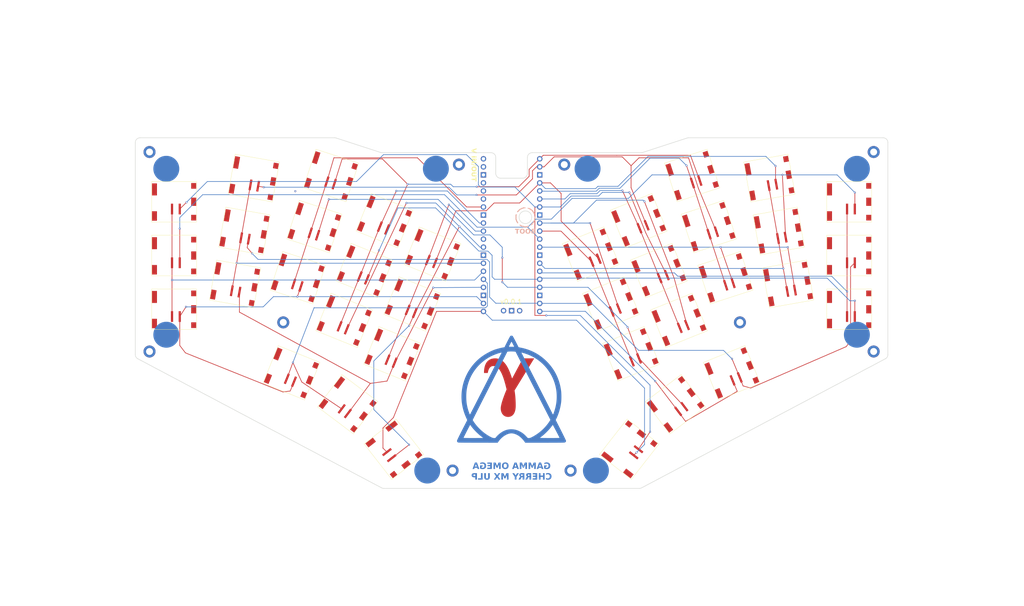
<source format=kicad_pcb>
(kicad_pcb (version 20241229) (generator "pcbnew") (generator_version "9.0")
  (title_block (title "gamma-omega-ulp") (date "2025-07-05") (rev "v1.0.0") (company "Unknown"))
  (layers (0 "F.Cu" signal) (2 "B.Cu" signal) (13 "F.Paste" user) (15 "B.Paste" user) (5 "F.SilkS" user "F.Silkscreen") (7 "B.SilkS" user "B.Silkscreen") (1 "F.Mask" user) (3 "B.Mask" user) (25 "Edge.Cuts" user))
  (net 0 "")
  (net 1 "C12")
  (net 2 "R12")
  (net 3 "R2")
  (net 4 "R13")
  (net 5 "C10")
  (net 6 "R11")
  (net 7 "R10")
  (net 8 "R4")
  (net 9 "C8")
  (net 10 "R9")
  (net 11 "R8")
  (net 12 "C7")
  (net 13 "R7")
  (net 14 "R1")
  (net 15 "C6")
  (net 16 "R6")
  (net 17 "C11")
  (net 18 "C13")
  (net 19 "C1")
  (net 20 "C2")
  (net 21 "R3")
  (net 22 "C3")
  (net 23 "C4")
  (net 24 "R5")
  (net 25 "C5")
  (net 26 "C9")
  (net 27 "RUN")
  (net 28 "ADC_VREF")
  (net 29 "3V3")
  (net 30 "3V3_EN")
  (net 31 "VSYS")
  (net 32 "VBUS")
  (net 33 "GND")
  (net 34 "AGND")
  (footprint "Cherry_ULP_SMD" (layer "F.Cu") (at 131.643962 82.550167 -22)
    (property "Reference" "SW15" (hide yes))
    (property "Value" "Cherry_ULP_SMD")
  )
  (footprint "Cherry_ULP_SMD" (layer "F.Cu") (at 103.76328 103.506866 -22)
    (property "Reference" "SW10" (hide yes))
    (property "Value" "Cherry_ULP_SMD")
  )
  (footprint "Cherry_ULP_SMD" (layer "F.Cu") (at 238.105514 58.509612 10)
    (property "Reference" "SW24" (hide yes))
    (property "Value" "Cherry_ULP_SMD")
  )
  (footprint "Cherry_ULP_SMD" (layer "F.Cu") (at 209.524643 103.506866 22)
    (property "Reference" "SW28" (hide yes))
    (property "Value" "Cherry_ULP_SMD")
  )
  (footprint "ceoloide:mounting_hole_plated" (layer "F.Cu") (at 228.787923 104.15)
    (property "Reference" "H10" (hide yes))
    (property "Value" "")
  )
  (footprint "Cherry_ULP_SMD" (layer "F.Cu") (at 226.201961 120.092106 22)
    (property "Reference" "SW34" (hide yes))
    (property "Value" "Cherry_ULP_SMD")
  )
  (footprint "Cherry_ULP_SMD" (layer "F.Cu") (at 181.643962 82.550167 22)
    (property "Reference" "SW33" (hide yes))
    (property "Value" "Cherry_ULP_SMD")
  )
  (footprint "Cherry_ULP_SMD" (layer "F.Cu") (at 50 83)
    (property "Reference" "SW2" (hide yes))
    (property "Value" "Cherry_ULP_SMD")
  )
  (footprint "Cherry_ULP_SMD" (layer "F.Cu") (at 224.195926 90.020491 18)
    (property "Reference" "SW25" (hide yes))
    (property "Value" "Cherry_ULP_SMD")
  )
  (footprint "ceoloide:mounting_hole_plated" (layer "F.Cu") (at 140 54.25)
    (property "Reference" "H5" (hide yes))
    (property "Value" "")
  )
  (footprint "Cherry_ULP_SMD" (layer "F.Cu") (at 104.870343 130.041548 -37)
    (property "Reference" "SW17" (hide yes))
    (property "Value" "Cherry_ULP_SMD")
  )
  (footprint "Cherry_ULP_SMD" (layer "F.Cu") (at 110.131592 87.744741 -22)
    (property "Reference" "SW11" (hide yes))
    (property "Value" "Cherry_ULP_SMD")
  )
  (footprint "ceoloide:mounting_hole_plated" (layer "F.Cu") (at 138 151)
    (property "Reference" "H7" (hide yes))
    (property "Value" "")
  )
  (footprint "Cherry_ULP_SMD" (layer "F.Cu") (at 218.942637 73.85253 18)
    (property "Reference" "SW26" (hide yes))
    (property "Value" "Cherry_ULP_SMD")
  )
  (footprint "Cherry_ULP_SMD" (layer "F.Cu") (at 50 100)
    (property "Reference" "SW1" (hide yes))
    (property "Value" "Cherry_ULP_SMD")
  )
  (footprint "Cherry_ULP_SMD" (layer "F.Cu") (at 87.085962 120.092106 -22)
    (property "Reference" "SW16" (hide yes))
    (property "Value" "Cherry_ULP_SMD")
  )
  (footprint "Cherry_ULP_SMD" (layer "F.Cu") (at 89.091997 90.020491 -18)
    (property "Reference" "SW7" (hide yes))
    (property "Value" "Cherry_ULP_SMD")
  )
  (footprint "Cherry_ULP_SMD" (layer "F.Cu") (at 196.788019 71.982615 22)
    (property "Reference" "SW30" (hide yes))
    (property "Value" "Cherry_ULP_SMD")
  )
  (footprint "ceoloide:mounting_hole_plated" (layer "F.Cu") (at 42.243 113.35)
    (property "Reference" "H3" (hide yes))
    (property "Value" "")
  )
  (footprint "Cherry_ULP_SMD" (layer "F.Cu") (at 244.009552 91.993076 10)
    (property "Reference" "SW22" (hide yes))
    (property "Value" "Cherry_ULP_SMD")
  )
  (footprint "Cherry_ULP_SMD" (layer "F.Cu") (at 241.057533 75.251344 10)
    (property "Reference" "SW23" (hide yes))
    (property "Value" "Cherry_ULP_SMD")
  )
  (footprint "ceoloide:mounting_hole_plated" (layer "F.Cu") (at 175.287923 151)
    (property "Reference" "H8" (hide yes))
    (property "Value" "")
  )
  (footprint "Cherry_ULP_SMD" (layer "F.Cu") (at 119.473631 144.254908 -52)
    (property "Reference" "SW18" (hide yes))
    (property "Value" "Cherry_ULP_SMD")
  )
  (footprint "Cherry_ULP_SMD" (layer "F.Cu") (at 194.380586 114.074418 22)
    (property "Reference" "SW31" (hide yes))
    (property "Value" "Cherry_ULP_SMD")
  )
  (footprint "Cherry_ULP_SMD" (layer "F.Cu") (at 213.689348 57.68457 18)
    (property "Reference" "SW27" (hide yes))
    (property "Value" "Cherry_ULP_SMD")
  )
  (footprint "ceoloide:mounting_hole_plated" (layer "F.Cu") (at 84.5 104.15)
    (property "Reference" "H9" (hide yes))
    (property "Value" "")
  )
  (footprint "Cherry_ULP_SMD" (layer "F.Cu") (at 263.287923 66)
    (property "Reference" "SW21" (hide yes))
    (property "Value" "Cherry_ULP_SMD")
  )
  (footprint "Cherry_ULP_SMD" (layer "F.Cu") (at 72.23039 75.251344 -10)
    (property "Reference" "SW5" (hide yes))
    (property "Value" "Cherry_ULP_SMD")
  )
  (footprint "Cherry_ULP_SMD" (layer "F.Cu") (at 116.499905 71.982615 -22)
    (property "Reference" "SW12" (hide yes))
    (property "Value" "Cherry_ULP_SMD")
  )
  (footprint "Cherry_ULP_SMD" (layer "F.Cu") (at 94.345286 73.85253 -18)
    (property "Reference" "SW8" (hide yes))
    (property "Value" "Cherry_ULP_SMD")
  )
  (footprint "Cherry_ULP_SMD" (layer "F.Cu") (at 208.41758 130.041548 37)
    (property "Reference" "SW35" (hide yes))
    (property "Value" "Cherry_ULP_SMD")
  )
  (footprint "ceoloide:mounting_hole_plated" (layer "F.Cu") (at 271.044923 113.35)
    (property "Reference" "H4" (hide yes))
    (property "Value" "")
  )
  (footprint "Cherry_ULP_SMD" (layer "F.Cu") (at 125.27565 98.312293 -22)
    (property "Reference" "SW14" (hide yes))
    (property "Value" "Cherry_ULP_SMD")
  )
  (footprint "RPi_Pico_SMD_TH" (layer "F.Cu") (at 156.643962 76.550167)
    (property "Reference" "_1" (hide yes))
    (property "Value" "RPi_Pico_SMD_TH")
  )
  (footprint "Cherry_ULP_SMD" (layer "F.Cu") (at 118.907337 114.074418 -22)
    (property "Reference" "SW13" (hide yes))
    (property "Value" "Cherry_ULP_SMD")
  )
  (footprint "Cherry_ULP_SMD" (layer "F.Cu") (at 263.287923 83)
    (property "Reference" "SW20" (hide yes))
    (property "Value" "Cherry_ULP_SMD")
  )
  (footprint "ceoloide:mounting_hole_plated" (layer "F.Cu") (at 42.243 50.27)
    (property "Reference" "H1" (hide yes))
    (property "Value" "")
  )
  (footprint "Cherry_ULP_SMD" (layer "F.Cu") (at 99.598575 57.68457 -18)
    (property "Reference" "SW9" (hide yes))
    (property "Value" "Cherry_ULP_SMD")
  )
  (footprint "Cherry_ULP_SMD" (layer "F.Cu") (at 188.012274 98.312293 22)
    (property "Reference" "SW32" (hide yes))
    (property "Value" "Cherry_ULP_SMD")
  )
  (footprint "Cherry_ULP_SMD" (layer "F.Cu") (at 50 66)
    (property "Reference" "SW3" (hide yes))
    (property "Value" "Cherry_ULP_SMD")
  )
  (footprint "Cherry_ULP_SMD" (layer "F.Cu") (at 75.182409 58.509612 -10)
    (property "Reference" "SW6" (hide yes))
    (property "Value" "Cherry_ULP_SMD")
  )
  (footprint "Cherry_ULP_SMD" (layer "F.Cu") (at 69.278371 91.993076 -10)
    (property "Reference" "SW4" (hide yes))
    (property "Value" "Cherry_ULP_SMD")
  )
  (footprint "Cherry_ULP_SMD" (layer "F.Cu") (at 263.287923 100)
    (property "Reference" "SW19" (hide yes))
    (property "Value" "Cherry_ULP_SMD")
  )
  (footprint "ceoloide:mounting_hole_plated" (layer "F.Cu") (at 173.287923 54.25)
    (property "Reference" "H6" (hide yes))
    (property "Value" "")
  )
  (footprint "ceoloide:mounting_hole_plated" (layer "F.Cu") (at 271.044923 50.27)
    (property "Reference" "H2" (hide yes))
    (property "Value" "")
  )
  (footprint "Cherry_ULP_SMD" (layer "F.Cu") (at 203.156331 87.744741 22)
    (property "Reference" "SW29" (hide yes))
    (property "Value" "Cherry_ULP_SMD")
  )
  (footprint "Cherry_ULP_SMD" (layer "F.Cu") (at 193.814292 144.254908 52)
    (property "Reference" "SW36" (hide yes))
    (property "Value" "Cherry_ULP_SMD")
  )
  (gr_poly (pts (xy 157.58052 125.670312) (xy 157.672401 126.276528) (xy 157.750019 126.891116) (xy 157.813995 127.508805) (xy 157.864948 128.124323) (xy 157.903498 128.732399) (xy 157.930267 129.327764) (xy 157.945873 129.905145) (xy 157.950937 130.459271) (xy 157.948386 130.668588) (xy 157.940757 130.87233) (xy 157.92809 131.070429) (xy 157.910423 131.262814) (xy 157.887795 131.449413) (xy 157.860245 131.630159) (xy 157.827812 131.804979) (xy 157.790534 131.973803) (xy 157.74845 132.136563) (xy 157.701598 132.293186) (xy 157.650019 132.443604) (xy 157.59375 132.587745) (xy 157.53283 132.72554) (xy 157.467298 132.856918) (xy 157.397192 132.981809) (xy 157.322552 133.100142) (xy 157.243416 133.211849) (xy 157.159823 133.316857) (xy 157.071811 133.415098) (xy 156.97942 133.5065) (xy 156.882689 133.590994) (xy 156.781655 133.668509) (xy 156.676358 133.738975) (xy 156.566836 133.802321) (xy 156.453128 133.858479) (xy 156.335274 133.907376) (xy 156.213311 133.948944) (xy 156.087278 133.983111) (xy 155.957215 134.009808) (xy 155.82316 134.028964) (xy 155.685152 134.04051) (xy 155.543229 134.044374) (xy 155.396878 134.040349) (xy 155.255469 134.028457) (xy 155.118982 134.008969) (xy 154.987397 133.982155) (xy 154.860697 133.948288) (xy 154.73886 133.907638) (xy 154.621868 133.860477) (xy 154.509701 133.807076) (xy 154.40234 133.747706) (xy 154.299765 133.682639) (xy 154.201958 133.612146) (xy 154.108898 133.536498) (xy 154.020567 133.455967) (xy 153.936945 133.370824) (xy 153.858013 133.28134) (xy 153.78375 133.187786) (xy 153.714139 133.090434) (xy 153.649159 132.989555) (xy 153.588791 132.885421) (xy 153.533016 132.778302) (xy 153.435167 132.556197) (xy 153.355456 132.32541) (xy 153.293729 132.088112) (xy 153.24983 131.846472) (xy 153.223604 131.602663) (xy 153.214896 131.358853) (xy 153.222615 131.141699) (xy 153.245644 130.902163) (xy 153.283787 130.640496) (xy 153.336853 130.356951) (xy 153.486972 129.725232) (xy 153.694453 129.009023) (xy 153.957744 128.210338) (xy 154.275296 127.331193) (xy 154.645557 126.373603) (xy 155.066978 125.339584) (xy 154.754982 124.102657) (xy 154.586049 123.468303) (xy 154.406554 122.833483) (xy 154.215045 122.205796) (xy 154.010067 121.592836) (xy 153.790168 121.0022) (xy 153.553893 120.441485) (xy 153.429161 120.174721) (xy 153.299791 119.918287) (xy 153.1656 119.67313) (xy 153.026406 119.440202) (xy 152.882029 119.220451) (xy 152.732287 119.014828) (xy 152.576997 118.82428) (xy 152.415979 118.649759) (xy 152.24905 118.492214) (xy 152.076028 118.352594) (xy 151.896733 118.231849) (xy 151.710983 118.130928) (xy 151.518595 118.050781) (xy 151.319389 117.992358) (xy 151.113182 117.956607) (xy 150.899792 117.94448) (xy 150.773883 117.949165) (xy 150.654026 117.962896) (xy 150.540068 117.985182) (xy 150.431862 118.015535) (xy 150.329256 118.053464) (xy 150.2321 118.098482) (xy 150.140245 118.150098) (xy 150.053539 118.207823) (xy 149.971833 118.271167) (xy 149.894976 118.339643) (xy 149.822819 118.412759) (xy 149.755211 118.490028) (xy 149.692001 118.570959) (xy 149.633041 118.655063) (xy 149.578179 118.741851) (xy 149.527266 118.830834) (xy 149.436683 119.013426) (xy 149.360092 119.198925) (xy 149.296291 119.383416) (xy 149.244079 119.562985) (xy 149.202253 119.733718) (xy 149.169613 119.891699) (xy 149.127083 120.15375) (xy 147.923229 120.15375) (xy 147.925813 119.841702) (xy 147.9439 119.420978) (xy 147.963601 119.178923) (xy 147.992992 118.920569) (xy 148.034011 118.649543) (xy 148.088594 118.369466) (xy 148.15868 118.083964) (xy 148.246207 117.796659) (xy 148.353113 117.511176) (xy 148.481335 117.231138) (xy 148.554045 117.094293) (xy 148.632811 116.960169) (xy 148.717876 116.829218) (xy 148.80948 116.701894) (xy 148.907867 116.578648) (xy 149.013279 116.459935) (xy 149.125958 116.346207) (xy 149.246146 116.237917) (xy 149.359327 116.151411) (xy 149.475667 116.070485) (xy 149.595223 115.995141) (xy 149.718055 115.925378) (xy 149.84422 115.861196) (xy 149.973776 115.802595) (xy 150.106781 115.749575) (xy 150.243294 115.702136) (xy 150.383373 115.660278) (xy 150.527075 115.624001) (xy 150.67446 115.593305) (xy 150.825584 115.568191) (xy 150.980507 115.548657) (xy 151.139286 115.534704) (xy 151.30198 115.526333) (xy 151.468646 115.523542) (xy 151.72971 115.53194) (xy 151.982219 115.55677) (xy 152.226376 115.597491) (xy 152.462384 115.65356) (xy 152.690446 115.724434) (xy 152.910767 115.809571) (xy 153.12355 115.908428) (xy 153.328997 116.020463) (xy 153.527314 116.145132) (xy 153.718702 116.281894) (xy 153.903366 116.430205) (xy 154.08151 116.589524) (xy 154.419047 116.939011) (xy 154.732943 117.326016) (xy 155.024824 117.746197) (xy 155.296319 118.195214) (xy 155.549056 118.668725) (xy 155.784661 119.16239) (xy 156.004764 119.671867) (xy 156.210992 120.192818) (xy 156.588333 121.251771) (xy 156.8 121.9) (xy 160.199894 115.523542) (xy 163.798229 115.523542)) (fill yes) (layer "F.Cu"))
  (gr_poly (pts (xy 156.623738 108.325946) (xy 156.649324 108.327551) (xy 156.675237 108.330166) (xy 156.701309 108.333741) (xy 156.727372 108.338227) (xy 156.753258 108.343574) (xy 156.778801 108.349734) (xy 156.803833 108.356656) (xy 156.828187 108.364292) (xy 156.851694 108.372592) (xy 156.874188 108.381507) (xy 156.895501 108.390987) (xy 156.915466 108.400983) (xy 156.933914 108.411446) (xy 156.95068 108.422326) (xy 156.965595 108.433574) (xy 156.983608 108.453557) (xy 157.010066 108.490566) (xy 157.044451 108.54366) (xy 157.086245 108.611898) (xy 157.189985 108.790042) (xy 157.317138 109.017468) (xy 157.463556 109.286646) (xy 157.62509 109.590046) (xy 157.797593 109.920139) (xy 157.976917 110.269394) (xy 158.856197 111.997041) (xy 159.690681 112.165029) (xy 160.249172 112.287492) (xy 160.799557 112.428346) (xy 161.341622 112.58748) (xy 161.875152 112.764781) (xy 162.399931 112.960135) (xy 162.915746 113.173432) (xy 163.42238 113.404558) (xy 163.919619 113.653401) (xy 164.407248 113.919848) (xy 164.885053 114.203787) (xy 165.352817 114.505106) (xy 165.810327 114.823692) (xy 166.257368 115.159433) (xy 166.693723 115.512216) (xy 167.119179 115.881929) (xy 167.533521 116.268459) (xy 168.018397 116.755983) (xy 168.478361 117.257474) (xy 168.91337 117.772845) (xy 169.323377 118.302006) (xy 169.708339 118.844867) (xy 170.068209 119.401339) (xy 170.402944 119.971333) (xy 170.712498 120.554761) (xy 170.996826 121.151531) (xy 171.255884 121.761556) (xy 171.489626 122.384746) (xy 171.698007 123.021011) (xy 171.880984 123.670263) (xy 172.03851 124.332411) (xy 172.170541 125.007368) (xy 172.277032 125.695043) (xy 172.323284 126.122719) (xy 172.356293 126.609008) (xy 172.376062 127.1336) (xy 172.382595 127.676183) (xy 172.375894 128.216446) (xy 172.355964 128.73408) (xy 172.322806 129.208772) (xy 172.276423 129.620213) (xy 172.165636 130.302135) (xy 172.027888 130.982537) (xy 171.865042 131.655274) (xy 171.678962 132.314202) (xy 171.471511 132.953176) (xy 171.244551 133.566053) (xy 170.999946 134.146688) (xy 170.871609 134.422995) (xy 170.739558 134.688937) (xy 170.580777 134.998006) (xy 172.213394 138.219248) (xy 172.858747 139.505215) (xy 173.376597 140.561816) (xy 173.721 141.293752) (xy 173.813801 141.508188) (xy 173.846011 141.605719) (xy 173.845548 141.627285) (xy 173.844171 141.648757) (xy 173.838739 141.69132) (xy 173.829853 141.733221) (xy 173.817648 141.774275) (xy 173.80226 141.814294) (xy 173.783826 141.853092) (xy 173.762481 141.890482) (xy 173.738361 141.926278) (xy 173.711602 141.960293) (xy 173.68234 141.99234) (xy 173.650711 142.022233) (xy 173.616851 142.049786) (xy 173.580897 142.074812) (xy 173.542983 142.097124) (xy 173.503247 142.116535) (xy 173.461823 142.132859) (xy 173.415414 142.141129) (xy 173.32492 142.148822) (xy 173.009383 142.162501) (xy 172.510622 142.173944) (xy 171.824049 142.183198) (xy 169.869107 142.195335) (xy 167.107846 142.199295) (xy 160.94446 142.199295) (xy 160.714192 141.852486) (xy 160.650325 141.760787) (xy 160.575592 141.661327) (xy 160.491217 141.555365) (xy 160.398422 141.444162) (xy 160.298429 141.328978) (xy 160.192461 141.211075) (xy 159.967486 140.972152) (xy 159.733275 140.737476) (xy 159.499606 140.517134) (xy 159.386031 140.415489) (xy 159.276258 140.321209) (xy 159.17151 140.235555) (xy 159.073008 140.159787) (xy 158.92855 140.056838) (xy 158.779715 139.95877) (xy 158.627151 139.865826) (xy 158.471508 139.778249) (xy 158.313436 139.696282) (xy 158.153584 139.620168) (xy 157.992601 139.55015) (xy 157.831137 139.48647) (xy 157.66984 139.429373) (xy 157.50936 139.3791) (xy 157.350346 139.335895) (xy 157.193449 139.3) (xy 157.039316 139.271659) (xy 156.888597 139.251115) (xy 156.741942 139.23861) (xy 156.6 139.234388) (xy 156.345848 139.246697) (xy 156.084975 139.283028) (xy 155.818795 139.342486) (xy 155.548724 139.424177) (xy 155.276178 139.527205) (xy 155.002573 139.650677) (xy 154.729324 139.793698) (xy 154.457847 139.955373) (xy 154.189558 140.134807) (xy 153.925872 140.331106) (xy 153.668204 140.543375) (xy 153.417972 140.770719) (xy 153.176589 141.012245) (xy 152.945473 141.267056) (xy 152.726038 141.53426) (xy 152.5197 141.81296) (xy 152.248707 142.199295) (xy 146.064054 142.195379) (xy 141.659828 142.177745) (xy 140.291785 142.160813) (xy 139.755775 142.140857) (xy 139.755775 142.140854) (xy 139.734823 142.131817) (xy 139.714375 142.122072) (xy 139.694441 142.111636) (xy 139.675035 142.100528) (xy 139.656167 142.088768) (xy 139.637851 142.076372) (xy 139.620099 142.063361) (xy 139.602922 142.049751) (xy 139.586333 142.035562) (xy 139.570343 142.020812) (xy 139.554966 142.005519) (xy 139.540212 141.989702) (xy 139.526095 141.973379) (xy 139.512626 141.956569) (xy 139.499818 141.93929) (xy 139.487681 141.92156) (xy 139.47623 141.903399) (xy 139.465475 141.884824) (xy 139.455429 141.865854) (xy 139.446104 141.846507) (xy 139.437512 141.826802) (xy 139.429666 141.806757) (xy 139.422576 141.78639) (xy 139.416256 141.765721) (xy 139.410718 141.744767) (xy 139.405973 141.723547) (xy 139.402034 141.702079) (xy 139.398913 141.680382) (xy 139.396622 141.658475) (xy 139.395173 141.636375) (xy 139.394579 141.614101) (xy 139.39485 141.591671) (xy 139.400925 141.551687) (xy 139.417497 141.493408) (xy 139.445037 141.415852) (xy 139.484014 141.31804) (xy 139.534897 141.198989) (xy 139.598156 141.05772) (xy 139.763679 140.704602) (xy 139.797194 140.63568) (xy 141.466572 140.63568) (xy 141.466867 140.641609) (xy 141.470941 140.647254) (xy 141.479036 140.652622) (xy 141.49139 140.657719) (xy 141.508245 140.662551) (xy 141.529841 140.667125) (xy 141.588214 140.675521) (xy 141.668429 140.682958) (xy 141.772409 140.689486) (xy 141.902073 140.695155) (xy 142.059342 140.700014) (xy 142.246138 140.704115) (xy 142.464381 140.707506) (xy 143.002893 140.712362) (xy 143.690244 140.714982) (xy 144.541802 140.715766) (xy 146.727798 140.70807) (xy 147.392786 140.69974) (xy 147.637018 140.689571) (xy 147.637018 140.689568) (xy 147.636163 140.687564) (xy 147.633624 140.684279) (xy 147.623665 140.673996) (xy 147.607477 140.658994) (xy 147.585394 140.639543) (xy 147.52489 140.588386) (xy 147.444835 140.522705) (xy 147.347913 140.444678) (xy 147.236807 140.356484) (xy 147.114201 140.260303) (xy 146.982777 140.158313) (xy 146.768758 139.989175) (xy 146.551437 139.809845) (xy 146.331978 139.62152) (xy 146.111546 139.425397) (xy 145.672417 139.014547) (xy 145.243365 138.586872) (xy 144.833702 138.151953) (xy 144.639052 137.934769) (xy 144.452741 137.719366) (xy 144.275935 137.506941) (xy 144.109797 137.298691) (xy 143.955491 137.095814) (xy 143.814181 136.899506) (xy 143.767908 136.834447) (xy 143.723034 136.773725) (xy 143.680663 136.718669) (xy 143.641899 136.670612) (xy 143.607846 136.630884) (xy 143.579608 136.600816) (xy 143.568015 136.589821) (xy 143.558289 136.58174) (xy 143.55057 136.576739) (xy 143.544994 136.574986) (xy 143.445308 136.742656) (xy 143.20822 137.186512) (xy 142.505149 138.54465) (xy 141.802395 139.933129) (xy 141.565704 140.414912) (xy 141.466572 140.63568) (xy 139.797194 140.63568) (xy 139.984337 140.250839) (xy 140.263887 139.688585) (xy 140.606084 139.009994) (xy 141.014683 138.207219) (xy 142.627368 135.049628) (xy 142.602527 134.994679) (xy 144.360893 134.994679) (xy 144.361373 134.9999) (xy 144.362797 135.006465) (xy 144.368382 135.023466) (xy 144.377459 135.04536) (xy 144.389842 135.071822) (xy 144.405343 135.102527) (xy 144.423772 135.137151) (xy 144.468664 135.216856) (xy 144.523015 135.308344) (xy 144.58532 135.409017) (xy 144.654075 135.51628) (xy 144.727773 135.627538) (xy 144.993322 136.007231) (xy 145.274246 136.380701) (xy 145.569604 136.747123) (xy 145.878455 137.105676) (xy 146.19986 137.455538) (xy 146.532877 137.795886) (xy 146.876566 138.125897) (xy 147.229987 138.44475) (xy 147.592199 138.751621) (xy 147.96226 139.045689) (xy 148.339232 139.326131) (xy 148.722172 139.592125) (xy 149.110141 139.842847) (xy 149.502197 140.077477) (xy 149.897401 140.295191) (xy 150.294812 140.495166) (xy 150.424885 140.555734) (xy 150.483809 140.581596) (xy 150.539341 140.604691) (xy 150.591994 140.625155) (xy 150.642281 140.643123) (xy 150.690713 140.65873) (xy 150.737804 140.672112) (xy 150.784066 140.683404) (xy 150.830012 140.692743) (xy 150.876154 140.700262) (xy 150.923005 140.706098) (xy 150.971077 140.710387) (xy 151.020883 140.713263) (xy 151.072935 140.714863) (xy 151.127747 140.715321) (xy 151.500372 140.714876) (xy 151.809441 140.338983) (xy 151.900122 140.232087) (xy 151.997749 140.123369) (xy 152.101668 140.01338) (xy 152.211229 139.902669) (xy 152.32578 139.791787) (xy 152.444669 139.681284) (xy 152.567244 139.57171) (xy 152.692855 139.463616) (xy 152.82085 139.357551) (xy 152.950577 139.254067) (xy 153.081384 139.153712) (xy 153.21262 139.057038) (xy 153.343634 138.964595) (xy 153.473773 138.876933) (xy 153.602387 138.794602) (xy 153.728823 138.718152) (xy 153.910751 138.615396) (xy 154.093115 138.520125) (xy 154.276071 138.432301) (xy 154.459772 138.351885) (xy 154.644373 138.278837) (xy 154.830028 138.213119) (xy 155.016891 138.154692) (xy 155.205116 138.103517) (xy 155.394857 138.059556) (xy 155.58627 138.02277) (xy 155.779507 137.993119) (xy 155.974724 137.970565) (xy 156.172074 137.95507) (xy 156.371712 137.946594) (xy 156.573792 137.945098) (xy 156.778468 137.950544) (xy 156.942742 137.959202) (xy 157.101128 137.970827) (xy 157.254361 137.985609) (xy 157.403178 138.003737) (xy 157.548312 138.025401) (xy 157.690502 138.05079) (xy 157.830481 138.080094) (xy 157.968986 138.113501) (xy 158.106752 138.151202) (xy 158.244515 138.193384) (xy 158.383011 138.240239) (xy 158.522976 138.291955) (xy 158.665145 138.348722) (xy 158.810253 138.410728) (xy 158.959037 138.478164) (xy 159.112233 138.551218) (xy 159.260673 138.625806) (xy 159.406797 138.703631) (xy 159.550679 138.784749) (xy 159.692391 138.869214) (xy 159.832008 138.957084) (xy 159.969604 139.048413) (xy 160.105253 139.143258) (xy 160.239028 139.241673) (xy 160.371002 139.343715) (xy 160.501251 139.449439) (xy 160.629847 139.558901) (xy 160.756864 139.672157) (xy 160.882377 139.789262) (xy 161.006458 139.910271) (xy 161.129182 140.035242) (xy 161.250622 140.164228) (xy 161.759264 140.71577) (xy 162.116347 140.71577) (xy 162.173182 140.715205) (xy 162.226629 140.71329) (xy 162.277671 140.709687) (xy 162.327291 140.704063) (xy 162.376472 140.696083) (xy 162.426198 140.685412) (xy 162.477451 140.671715) (xy 162.515148 140.659754) (xy 165.624791 140.659754) (xy 165.62854 140.662795) (xy 165.639691 140.665778) (xy 165.683644 140.671559) (xy 165.854226 140.682315) (xy 166.127574 140.691861) (xy 166.494725 140.700035) (xy 166.946716 140.706674) (xy 167.474582 140.711617) (xy 168.722089 140.715766) (xy 170.239873 140.712302) (xy 171.18438 140.70009) (xy 171.475499 140.68985) (xy 171.66391 140.6764) (xy 171.763153 140.659397) (xy 171.783567 140.649456) (xy 171.786764 140.6385) (xy 171.786767 140.6385) (xy 171.648727 140.348944) (xy 171.390938 139.83779) (xy 170.68355 138.470785) (xy 169.999477 137.177677) (xy 169.770831 136.758894) (xy 169.673591 136.598656) (xy 169.669857 136.598656) (xy 169.665049 136.600187) (xy 169.659201 136.603212) (xy 169.652342 136.607694) (xy 169.635724 136.620882) (xy 169.615447 136.639455) (xy 169.591766 136.663118) (xy 169.564934 136.691575) (xy 169.535204 136.724531) (xy 169.50283 136.76169) (xy 169.468066 136.802758) (xy 169.431165 136.847439) (xy 169.39238 136.895436) (xy 169.351966 136.946456) (xy 169.310175 137.000202) (xy 169.267262 137.05638) (xy 169.223479 137.114693) (xy 169.17908 137.174846) (xy 169.031732 137.369818) (xy 168.869066 137.573399) (xy 168.692809 137.783882) (xy 168.504684 137.99956) (xy 168.306417 138.218727) (xy 168.099732 138.439674) (xy 167.668006 138.880085) (xy 167.223305 139.307135) (xy 167.000399 139.511383) (xy 166.779424 139.70717) (xy 166.562103 139.892789) (xy 166.350162 140.066533) (xy 166.145324 140.226695) (xy 165.949315 140.371568) (xy 165.884126 140.41935) (xy 165.823309 140.466135) (xy 165.768198 140.510744) (xy 165.720121 140.551993) (xy 165.680411 140.5887) (xy 165.664109 140.604982) (xy 165.650399 140.619684) (xy 165.639445 140.632661) (xy 165.631415 140.643763) (xy 165.626475 140.652844) (xy 165.625216 140.656579) (xy 165.624791 140.659754) (xy 162.515148 140.659754) (xy 162.531216 140.654656) (xy 162.588476 140.633902) (xy 162.650213 140.609117) (xy 162.717412 140.579966) (xy 162.791055 140.546114) (xy 162.872127 140.507228) (xy 162.961609 140.46297) (xy 163.16974 140.357005) (xy 163.573942 140.140154) (xy 163.971453 139.90969) (xy 164.361818 139.666023) (xy 164.744581 139.409563) (xy 165.119288 139.14072) (xy 165.485484 138.859903) (xy 165.842714 138.567523) (xy 166.190523 138.263988) (xy 166.528457 137.94971) (xy 166.85606 137.625097) (xy 167.172877 137.29056) (xy 167.478454 136.946508) (xy 167.772335 136.593352) (xy 168.054067 136.2315) (xy 168.323193 135.861364) (xy 168.579259 135.483352) (xy 168.906641 134.982125) (xy 163.430074 124.234487) (xy 158.051249 113.728392) (xy 159.752496 113.728392) (xy 169.689546 133.260113) (xy 169.69471 133.267332) (xy 169.700321 133.272361) (xy 169.706391 133.275175) (xy 169.709601 133.275742) (xy 169.71293 133.275746) (xy 169.71995 133.274051) (xy 169.727464 133.270064) (xy 169.735481 133.263758) (xy 169.744015 133.25511) (xy 169.753076 133.244092) (xy 169.762676 133.230679) (xy 169.772826 133.214847) (xy 169.783539 133.19657) (xy 169.794825 133.175821) (xy 169.806696 133.152576) (xy 169.83224 133.098494) (xy 169.860262 133.034121) (xy 169.890856 132.959252) (xy 169.924113 132.873682) (xy 169.960126 132.777209) (xy 169.998986 132.669628) (xy 170.040787 132.550734) (xy 170.08562 132.420325) (xy 170.133578 132.278195) (xy 170.288391 131.788641) (xy 170.425922 131.296958) (xy 170.546154 130.803459) (xy 170.649072 130.30846) (xy 170.73466 129.812276) (xy 170.802903 129.315222) (xy 170.853785 128.817612) (xy 170.88729 128.31976) (xy 170.903402 127.821983) (xy 170.902107 127.324594) (xy 170.883387 126.827908) (xy 170.847229 126.332241) (xy 170.793615 125.837906) (xy 170.72253 125.345219) (xy 170.633959 124.854495) (xy 170.527886 124.366047) (xy 170.286108 123.471087) (xy 169.989174 122.599742) (xy 169.639037 121.75415) (xy 169.237649 120.936449) (xy 168.786961 120.148776) (xy 168.288924 119.393269) (xy 167.74549 118.672065) (xy 167.158612 117.987302) (xy 166.53024 117.341118) (xy 165.862327 116.73565) (xy 165.156824 116.173035) (xy 164.415683 115.655411) (xy 163.640856 115.184915) (xy 162.834294 114.763686) (xy 161.997949 114.39386) (xy 161.133773 114.077576) (xy 160.807664 113.971861) (xy 160.525978 113.884027) (xy 160.288426 113.813999) (xy 160.094717 113.761705) (xy 159.944559 113.727071) (xy 159.837664 113.710023) (xy 159.800349 113.708071) (xy 159.77374 113.710488) (xy 159.757801 113.717265) (xy 159.753822 113.722285) (xy 159.752496 113.728392) (xy 158.051249 113.728392) (xy 157.900274 113.433502) (xy 157.889223 113.426547) (xy 157.870375 113.419741) (xy 157.81099 113.40664) (xy 157.725517 113.394317) (xy 157.617354 113.382892) (xy 157.346546 113.363215) (xy 157.025748 113.348562) (xy 156.682142 113.339887) (xy 156.34291 113.338146) (xy 156.035233 113.344292) (xy 155.901722 113.350621) (xy 155.786293 113.35928) (xy 155.319335 113.403037) (xy 149.840114 124.154887) (xy 145.970414 131.774216) (xy 144.360893 134.994679) (xy 142.602527 134.994679) (xy 142.281094 134.28369) (xy 142.00751 133.646152) (xy 141.761943 133.005907) (xy 141.54441 132.363123) (xy 141.354926 131.717968) (xy 141.193508 131.07061) (xy 141.060172 130.421218) (xy 140.954934 129.769961) (xy 140.877811 129.117006) (xy 140.828819 128.462522) (xy 140.807974 127.806678) (xy 140.810168 127.609643) (xy 142.321552 127.609643) (xy 142.329359 128.18715) (xy 142.352971 128.73024) (xy 142.393512 129.247052) (xy 142.452105 129.745719) (xy 142.529873 130.234378) (xy 142.627942 130.721166) (xy 142.747433 131.214217) (xy 142.889471 131.721668) (xy 142.975176 131.999979) (xy 143.066083 132.277408) (xy 143.157974 132.542783) (xy 143.24663 132.784932) (xy 143.327833 132.992681) (xy 143.397365 133.154859) (xy 143.451008 133.260292) (xy 143.470553 133.288238) (xy 143.484543 133.297809) (xy 143.569913 133.14671) (xy 143.798327 132.713776) (xy 144.621736 131.123814) (xy 147.297044 125.897411) (xy 147.297043 125.897411) (xy 152.291397 116.094337) (xy 153.515117 113.691343) (xy 153.250062 113.736124) (xy 153.099784 113.765715) (xy 152.928602 113.806868) (xy 152.534171 113.919827) (xy 152.088064 114.066937) (xy 151.611578 114.240129) (xy 151.126007 114.431339) (xy 150.652649 114.632499) (xy 150.212799 114.835544) (xy 150.012094 114.935252) (xy 149.827752 115.032407) (xy 149.232864 115.375152) (xy 148.656831 115.744214) (xy 148.100465 116.138623) (xy 147.564583 116.557409) (xy 147.049997 116.9996) (xy 146.557524 117.464227) (xy 146.087977 117.950321) (xy 145.642172 118.456909) (xy 145.220922 118.983024) (xy 144.825042 119.527693) (xy 144.455347 120.089947) (xy 144.112651 120.668817) (xy 143.79777 121.263331) (xy 143.511517 121.872519) (xy 143.254707 122.495412) (xy 143.028155 123.131038) (xy 142.853959 123.692901) (xy 142.706339 124.241249) (xy 142.642175 124.512375) (xy 142.584273 124.782548) (xy 142.532504 125.052575) (xy 142.486741 125.323264) (xy 142.446857 125.595425) (xy 142.412723 125.869866) (xy 142.384213 126.147394) (xy 142.361199 126.428818) (xy 142.331149 127.006588) (xy 142.321552 127.609643) (xy 140.810168 127.609643) (xy 140.815292 127.149641) (xy 140.85079 126.49158) (xy 140.914484 125.832664) (xy 141.006389 125.17306) (xy 141.126523 124.512938) (xy 141.274902 123.852465) (xy 141.435092 123.254567) (xy 141.619705 122.663054) (xy 141.828194 122.0788) (xy 142.060012 121.502682) (xy 142.314613 120.935575) (xy 142.59145 120.378354) (xy 142.889977 119.831895) (xy 143.209646 119.297074) (xy 143.549912 118.774766) (xy 143.910228 118.265847) (xy 144.290047 117.771192) (xy 144.688822 117.291677) (xy 145.106008 116.828177) (xy 145.541057 116.381569) (xy 145.993422 115.952727) (xy 146.462558 115.542527) (xy 146.707485 115.34273) (xy 146.96596 115.142802) (xy 147.23652 114.943592) (xy 147.5177 114.745949) (xy 147.808035 114.550721) (xy 148.106062 114.358755) (xy 148.410317 114.170901) (xy 148.719336 113.988007) (xy 149.031654 113.81092) (xy 149.345807 113.64049) (xy 149.660331 113.477564) (xy 149.973763 113.32299) (xy 150.284637 113.177618) (xy 150.59149 113.042294) (xy 150.892857 112.917868) (xy 151.187275 112.805188) (xy 151.489567 112.7018) (xy 151.852904 112.589366) (xy 152.254214 112.473923) (xy 152.670426 112.361511) (xy 153.078467 112.25817) (xy 153.455265 112.169938) (xy 153.777748 112.102856) (xy 154.022844 112.062962) (xy 154.381838 112.019085) (xy 154.482182 111.818503) (xy 155.796422 111.818503) (xy 155.797514 111.820055) (xy 155.800754 111.821587) (xy 155.813463 111.824585) (xy 155.834122 111.827481) (xy 155.862303 111.830259) (xy 155.939518 111.8354) (xy 156.041682 111.839886) (xy 156.165372 111.84359) (xy 156.307163 111.84639) (xy 156.46363 111.848161) (xy 156.63135 111.848779) (xy 157.466276 111.848779) (xy 157.063603 111.045203) (xy 156.981754 110.88378) (xy 156.903539 110.733188) (xy 156.830803 110.596721) (xy 156.765391 110.477675) (xy 156.709146 110.379347) (xy 156.663914 110.305032) (xy 156.631539 110.258026) (xy 156.62075 110.245794) (xy 156.613867 110.241625) (xy 156.597909 110.258462) (xy 156.566935 110.306128) (xy 156.468792 110.476856) (xy 156.33715 110.719642) (xy 156.189723 111.000315) (xy 156.044223 111.284707) (xy 155.918365 111.538648) (xy 155.82986 111.72797) (xy 155.805151 111.78772) (xy 155.796422 111.818503) (xy 154.482182 111.818503) (xy 155.207449 110.368733) (xy 155.541065 109.712428) (xy 155.839106 109.145453) (xy 156.069055 108.728407) (xy 156.148334 108.595045) (xy 156.198398 108.52189) (xy 156.222639 108.49376) (xy 156.245885 108.468283) (xy 156.26837 108.445344) (xy 156.290331 108.424825) (xy 156.312002 108.406613) (xy 156.322802 108.398336) (xy 156.333619 108.390591) (xy 156.344481 108.383366) (xy 156.355418 108.376644) (xy 156.366459 108.370412) (xy 156.377634 108.364656) (xy 156.388972 108.35936) (xy 156.400503 108.354511) (xy 156.412255 108.350094) (xy 156.42426 108.346094) (xy 156.436545 108.342497) (xy 156.44914 108.339289) (xy 156.462076 108.336455) (xy 156.475381 108.333981) (xy 156.503215 108.330054) (xy 156.532881 108.327391) (xy 156.564612 108.325879) (xy 156.598645 108.3254)) (fill yes) (layer "B.Cu"))
  (gr_circle (center 130 151) (end 134 151) (stroke (width 0.2)) (fill yes) (layers "B.Cu" "B.Mask"))
  (gr_circle (center 47.546301 108.046699) (end 51.546301 108.046699) (stroke (width 0.2)) (fill yes) (layers "B.Cu" "B.Mask"))
  (gr_circle (center 183.287923 151) (end 187.287923 151) (stroke (width 0.2)) (fill yes) (layers "B.Cu" "B.Mask"))
  (gr_circle (center 132.718961 55.55) (end 136.718961 55.55) (stroke (width 0.2)) (fill yes) (layers "B.Cu" "B.Mask"))
  (gr_circle (center 180.65 55.55) (end 184.65 55.55) (stroke (width 0.2)) (fill yes) (layers "B.Cu" "B.Mask"))
  (gr_circle (center 47.546301 55.573301) (end 51.546301 55.573301) (stroke (width 0.2)) (fill yes) (layers "B.Cu" "B.Mask"))
  (gr_circle (center 265.741622 55.573301) (end 269.741622 55.573301) (stroke (width 0.2)) (fill yes) (layers "B.Cu" "B.Mask"))
  (gr_circle (center 265.741622 108.046699) (end 269.741622 108.046699) (stroke (width 0.2)) (fill yes) (layers "B.Cu" "B.Mask"))
  (gr_circle (center 161.006 70.9) (end 164.006 70.9) (stroke (width 0.25) (type dash)) (fill no) (layer "B.SilkS"))
  (gr_arc (start 150.143962 50.49) (mid 151.204647 50.929326) (end 151.643962 51.99) (stroke (width 0.15)) (layer "Edge.Cuts"))
  (gr_line (start 39.25 45.77) (end 100.732164 45.77) (stroke (width 0.15)) (layer "Edge.Cuts"))
  (gr_arc (start 115.717836 50.49) (mid 115.482933 50.471498) (end 115.253829 50.416428) (stroke (width 0.15)) (layer "Edge.Cuts"))
  (gr_line (start 101.196171 45.843572) (end 115.253829 50.416428) (stroke (width 0.15)) (layer "Edge.Cuts"))
  (gr_line (start 153.143962 58.550167) (end 160.143962 58.550167) (stroke (width 0.15)) (layer "Edge.Cuts"))
  (gr_line (start 161.643962 57.050167) (end 161.643962 51.99) (stroke (width 0.15)) (layer "Edge.Cuts"))
  (gr_line (start 275.54 47.27) (end 275.54 114.327304) (stroke (width 0.15)) (layer "Edge.Cuts"))
  (gr_arc (start 197.729489 156.465389) (mid 197.388986 156.595694) (end 197.027104 156.64) (stroke (width 0.15)) (layer "Edge.Cuts"))
  (gr_arc (start 275.54 114.327304) (mid 275.325218 115.100744) (end 274.742385 115.652693) (stroke (width 0.15)) (layer "Edge.Cuts"))
  (gr_line (start 151.643962 51.99) (end 151.643962 57.050167) (stroke (width 0.15)) (layer "Edge.Cuts"))
  (gr_arc (start 100.732164 45.77) (mid 100.967067 45.788502) (end 101.196171 45.843572) (stroke (width 0.15)) (layer "Edge.Cuts"))
  (gr_line (start 212.557836 45.77) (end 274.04 45.77) (stroke (width 0.15)) (layer "Edge.Cuts"))
  (gr_arc (start 161.643962 51.99) (mid 162.0833 50.929326) (end 163.143962 50.49) (stroke (width 0.15)) (layer "Edge.Cuts"))
  (gr_arc (start 116.262896 156.64) (mid 115.901015 156.595692) (end 115.560511 156.465389) (stroke (width 0.15)) (layer "Edge.Cuts"))
  (gr_line (start 274.742385 115.652693) (end 197.729489 156.465389) (stroke (width 0.15)) (layer "Edge.Cuts"))
  (gr_line (start 115.560511 156.465389) (end 38.547615 115.652693) (stroke (width 0.15)) (layer "Edge.Cuts"))
  (gr_arc (start 38.547615 115.652693) (mid 37.964779 115.100746) (end 37.75 114.327304) (stroke (width 0.15)) (layer "Edge.Cuts"))
  (gr_arc (start 212.093829 45.843572) (mid 212.322935 45.788513) (end 212.557836 45.77) (stroke (width 0.15)) (layer "Edge.Cuts"))
  (gr_arc (start 274.04 45.77) (mid 275.10066 46.20934) (end 275.54 47.27) (stroke (width 0.15)) (layer "Edge.Cuts"))
  (gr_line (start 198.036171 50.416428) (end 212.093829 45.843572) (stroke (width 0.15)) (layer "Edge.Cuts"))
  (gr_line (start 37.75 114.327304) (end 37.75 47.27) (stroke (width 0.15)) (layer "Edge.Cuts"))
  (gr_line (start 197.027104 156.64) (end 116.262896 156.64) (stroke (width 0.15)) (layer "Edge.Cuts"))
  (gr_line (start 163.143962 50.49) (end 197.572164 50.49) (stroke (width 0.15)) (layer "Edge.Cuts"))
  (gr_arc (start 161.643962 57.050167) (mid 161.204632 58.110835) (end 160.143962 58.550167) (stroke (width 0.15)) (layer "Edge.Cuts"))
  (gr_line (start 115.717836 50.49) (end 150.143962 50.49) (stroke (width 0.15)) (layer "Edge.Cuts"))
  (gr_arc (start 198.036171 50.416428) (mid 197.807065 50.471487) (end 197.572164 50.49) (stroke (width 0.15)) (layer "Edge.Cuts"))
  (gr_arc (start 153.143962 58.550167) (mid 152.083338 58.110812) (end 151.643962 57.050167) (stroke (width 0.15)) (layer "Edge.Cuts"))
  (gr_circle (center 161.006 70.9) (end 163.006 70.9) (stroke (width 0.15)) (fill no) (layer "Edge.Cuts"))
  (gr_arc (start 37.75 47.27) (mid 38.18934 46.20934) (end 39.25 45.77) (stroke (width 0.15)) (layer "Edge.Cuts"))
  (gr_text "GAMMA OMEGA\nCHERRY MX ULP\n" (at 156.65 151.35 0) (layer "B.Cu") (effects (font (size 2 2) (thickness 0.4) (bold yes)) (justify mirror)))
  (gr_text "v0.0.1" (at 156.5 97.6 0) (layer "F.SilkS") (effects (font (size 1.5 1.5) (thickness 0.1875))))
  (gr_text "V IN/OUT" (at 144.65 54.35 270) (layer "F.SilkS") (effects (font (size 1.5 1.5) (thickness 0.3) (bold yes))))
  (gr_text "BOOT" (at 161.006 75.45 0) (layer "B.SilkS") (effects (font (size 1.5 1.5) (thickness 0.3) (bold yes)) (justify mirror)))
  (segment (start 49.35 90.75) (end 49.35 102.3) (width 0.2) (layer "F.Cu") (net 1))
  (segment (start 49.35 68.3) (end 49.35 85.3) (width 0.2) (layer "F.Cu") (net 1))
  (segment (start 49.35 85.3) (end 49.35 90.75) (width 0.2) (layer "F.Cu") (net 1))
  (via (at 49.35 90.75) (size 0.6) (drill 0.3) (layers "F.Cu" "B.Cu") (net 1))
  (segment (start 49.355238 90.744762) (end 49.35 90.75) (width 0.2) (layer "B.Cu") (net 1))
  (segment (start 147.753962 87.980167) (end 144.989367 90.744762) (width 0.2) (layer "B.Cu") (net 1))
  (segment (start 144.989367 90.744762) (end 49.355238 90.744762) (width 0.2) (layer "B.Cu") (net 1))
  (segment (start 51.85 102.35) (end 51.8 102.3) (width 0.2) (layer "F.Cu") (net 2))
  (segment (start 87.893298 122.898921) (end 86.7 125.85) (width 0.2) (layer "F.Cu") (net 2))
  (segment (start 51.8 111.45) (end 51.8 102.3) (width 0.2) (layer "F.Cu") (net 2))
  (segment (start 90.09316 92.764152) (end 88.95 96) (width 0.2) (layer "F.Cu") (net 2))
  (segment (start 53.6 113.8) (end 51.8 111.45) (width 0.2) (layer "F.Cu") (net 2))
  (segment (start 84.4 126.15) (end 53.6 113.8) (width 0.2) (layer "F.Cu") (net 2))
  (segment (start 86.7 125.85) (end 84.4 126.15) (width 0.2) (layer "F.Cu") (net 2))
  (segment (start 51.8 102.3) (end 53.75 99.25) (width 0.2) (layer "F.Cu") (net 2))
  (via (at 88.95 96) (size 0.6) (drill 0.3) (layers "F.Cu" "B.Cu") (net 2))
  (via (at 53.75 99.25) (size 0.6) (drill 0.3) (layers "F.Cu" "B.Cu") (net 2))
  (segment (start 88.95 96) (end 81.4 96) (width 0.2) (layer "B.Cu") (net 2))
  (segment (start 88.95 96) (end 145.613795 96) (width 0.2) (layer "B.Cu") (net 2))
  (segment (start 145.613795 96) (end 147.753962 98.140167) (width 0.2) (layer "B.Cu") (net 2))
  (segment (start 81.4 96) (end 78.15 99.25) (width 0.2) (layer "B.Cu") (net 2))
  (segment (start 78.15 99.25) (end 53.75 99.25) (width 0.2) (layer "B.Cu") (net 2))
  (segment (start 243.229578 77.203835) (end 242.2 57.5) (width 0.2) (layer "F.Cu") (net 3))
  (segment (start 265.1 68.287923) (end 265.1 63.1) (width 0.2) (layer "F.Cu") (net 3))
  (segment (start 265.087923 68.3) (end 265.1 68.287923) (width 0.2) (layer "F.Cu") (net 3))
  (segment (start 51.8 85.3) (end 51.8 74.5) (width 0.2) (layer "F.Cu") (net 3))
  (via (at 51.8 74.5) (size 0.6) (drill 0.3) (layers "F.Cu" "B.Cu") (net 3))
  (via (at 265.1 63.1) (size 0.6) (drill 0.3) (layers "F.Cu" "B.Cu") (net 3))
  (via (at 242.2 57.5) (size 0.6) (drill 0.3) (layers "F.Cu" "B.Cu") (net 3))
  (segment (start 242.2 57.5) (end 259.5 57.5) (width 0.2) (layer "B.Cu") (net 3))
  (segment (start 161.75 74.036205) (end 161.763795 74.05) (width 0.2) (layer "B.Cu") (net 3))
  (segment (start 242.2 57.5) (end 201 57.5) (width 0.2) (layer "B.Cu") (net 3))
  (segment (start 259.5 57.5) (end 265.1 63.1) (width 0.2) (layer "B.Cu") (net 3))
  (segment (start 175.75 64.95) (end 169.2 71.5) (width 0.2) (layer "B.Cu") (net 3))
  (segment (start 135.45 63.75) (end 145.736205 74.036205) (width 0.2) (layer "B.Cu") (net 3))
  (segment (start 51.8 74.5) (end 51.8 71) (width 0.2) (layer "B.Cu") (net 3))
  (segment (start 169.2 71.5) (end 164.3 71.5) (width 0.2) (layer "B.Cu") (net 3))
  (segment (start 193.55 64.95) (end 175.75 64.95) (width 0.2) (layer "B.Cu") (net 3))
  (segment (start 59.05 63.75) (end 135.45 63.75) (width 0.2) (layer "B.Cu") (net 3))
  (segment (start 161.763795 74.036205) (end 161.763795 74.05) (width 0.2) (layer "B.Cu") (net 3))
  (segment (start 201 57.5) (end 193.55 64.95) (width 0.2) (layer "B.Cu") (net 3))
  (segment (start 165.070167 77.820167) (end 165.533962 77.820167) (width 0.2) (layer "B.Cu") (net 3))
  (segment (start 145.736205 74.036205) (end 161.75 74.036205) (width 0.2) (layer "B.Cu") (net 3))
  (segment (start 164.3 71.5) (end 161.763795 74.036205) (width 0.2) (layer "B.Cu") (net 3))
  (segment (start 165.533962 77.820167) (end 161.763795 74.05) (width 0.2) (layer "B.Cu") (net 3))
  (segment (start 51.8 71) (end 59.05 63.75) (width 0.2) (layer "B.Cu") (net 3))
  (segment (start 205.686857 89.202972) (end 199.032816 75.817184) (width 0.2) (layer "F.Cu") (net 4))
  (segment (start 196.734907 144.25251) (end 200.4 138.75) (width 0.2) (layer "F.Cu") (net 4))
  (segment (start 193.85 63.05) (end 199.032816 75.817184) (width 0.2) (layer "F.Cu") (net 4))
  (segment (start 164 67.85) (end 164.189833 67.660167) (width 0.2) (layer "F.Cu") (net 4))
  (segment (start 53.95 66.15) (end 51.8 68.3) (width 0.2) (layer "F.Cu") (net 4))
  (segment (start 164.189833 67.660167) (end 165.533962 67.660167) (width 0.2) (layer "F.Cu") (net 4))
  (segment (start 164 101.95) (end 164 67.85) (width 0.2) (layer "F.Cu") (net 4))
  (segment (start 167.6 101.95) (end 164 101.95) (width 0.2) (layer "F.Cu") (net 4))
  (via (at 200.4 138.75) (size 0.6) (drill 0.3) (layers "F.Cu" "B.Cu") (net 4))
  (via (at 193.85 63.05) (size 0.6) (drill 0.3) (layers "F.Cu" "B.Cu") (net 4))
  (via (at 53.95 66.15) (size 0.6) (drill 0.3) (layers "F.Cu" "B.Cu") (net 4))
  (via (at 167.6 101.95) (size 0.6) (drill 0.3) (layers "F.Cu" "B.Cu") (net 4))
  (segment (start 142.4 51.1) (end 116.15 51.1) (width 0.2) (layer "B.Cu") (net 4))
  (segment (start 165.533962 67.660167) (end 164.010167 67.660167) (width 0.2) (layer "B.Cu") (net 4))
  (segment (start 107.65 59.6) (end 60.5 59.6) (width 0.2) (layer "B.Cu") (net 4))
  (segment (start 146.15 60.7) (end 146.15 54.85) (width 0.2) (layer "B.Cu") (net 4))
  (segment (start 146.8 61.35) (end 146.15 60.7) (width 0.2) (layer "B.Cu") (net 4))
  (segment (start 60.5 59.6) (end 53.95 66.15) (width 0.2) (layer "B.Cu") (net 4))
  (segment (start 157.7 61.35) (end 146.8 61.35) (width 0.2) (layer "B.Cu") (net 4))
  (segment (start 116.15 51.1) (end 107.65 59.6) (width 0.2) (layer "B.Cu") (net 4))
  (segment (start 185.3 63.05) (end 184.15 64.2) (width 0.2) (layer "B.Cu") (net 4))
  (segment (start 164.010167 67.660167) (end 157.7 61.35) (width 0.2) (layer "B.Cu") (net 4))
  (segment (start 184.15 64.2) (end 175.45 64.2) (width 0.2) (layer "B.Cu") (net 4))
  (segment (start 167.6 101.95) (end 178.35 101.95) (width 0.2) (layer "B.Cu") (net 4))
  (segment (start 175.45 64.2) (end 171.989833 67.660167) (width 0.2) (layer "B.Cu") (net 4))
  (segment (start 178.35 101.95) (end 200.4 124) (width 0.2) (layer "B.Cu") (net 4))
  (segment (start 171.989833 67.660167) (end 165.533962 67.660167) (width 0.2) (layer "B.Cu") (net 4))
  (segment (start 146.15 54.85) (end 142.4 51.1) (width 0.2) (layer "B.Cu") (net 4))
  (segment (start 193.85 63.05) (end 185.3 63.05) (width 0.2) (layer "B.Cu") (net 4))
  (segment (start 200.4 124) (end 200.4 138.75) (width 0.2) (layer "B.Cu") (net 4))
  (segment (start 69.780881 85.4) (end 71.190874 77.403531) (width 0.2) (layer "F.Cu") (net 5))
  (segment (start 74.142893 60.661799) (end 71.190874 77.403531) (width 0.2) (layer "F.Cu") (net 5))
  (segment (start 68.238855 94.145263) (end 69.780881 85.4) (width 0.2) (layer "F.Cu") (net 5))
  (via (at 69.780881 85.4) (size 0.6) (drill 0.3) (layers "F.Cu" "B.Cu") (net 5))
  (segment (start 147.753962 85.440167) (end 69.821048 85.440167) (width 0.2) (layer "B.Cu") (net 5))
  (segment (start 69.821048 85.440167) (end 69.780881 85.4) (width 0.2) (layer "B.Cu") (net 5))
  (segment (start 70.651634 94.570701) (end 70.651634 100.901634) (width 0.2) (layer "F.Cu") (net 6))
  (segment (start 112.00857 123.44143) (end 104.923712 132.961677) (width 0.2) (layer "F.Cu") (net 6))
  (segment (start 117.3 122.7) (end 112.00857 123.44143) (width 0.2) (layer "F.Cu") (net 6))
  (segment (start 70.651634 100.901634) (end 112.00857 123.44143) (width 0.2) (layer "F.Cu") (net 6))
  (segment (start 119.714673 116.881233) (end 117.3 122.7) (width 0.2) (layer "F.Cu") (net 6))
  (segment (start 119.714673 116.881233) (end 131.9 93.15) (width 0.2) (layer "F.Cu") (net 6))
  (via (at 131.9 93.15) (size 0.6) (drill 0.3) (layers "F.Cu" "B.Cu") (net 6))
  (segment (start 131.9 93.15) (end 147.753962 93.060167) (width 0.2) (layer "B.Cu") (net 6))
  (segment (start 232.2 124.9) (end 262.4 111.8) (width 0.2) (layer "F.Cu") (net 7))
  (segment (start 263.75 109.85) (end 263.75 86.637923) (width 0.2) (layer "F.Cu") (net 7))
  (segment (start 228.732487 121.550337) (end 228.55 121.732824) (width 0.2) (layer "F.Cu") (net 7))
  (segment (start 262.4 111.8) (end 263.75 109.85) (width 0.2) (layer "F.Cu") (net 7))
  (segment (start 74.65 82.3) (end 73.1 80.5) (width 0.2) (layer "F.Cu") (net 7))
  (segment (start 228.732487 121.550337) (end 229.8 124.25) (width 0.2) (layer "F.Cu") (net 7))
  (segment (start 263.75 86.637923) (end 265.087923 85.3) (width 0.2) (layer "F.Cu") (net 7))
  (segment (start 226.3 115.7) (end 228.732487 121.550337) (width 0.2) (layer "F.Cu") (net 7))
  (segment (start 229.8 124.25) (end 232.2 124.9) (width 0.2) (layer "F.Cu") (net 7))
  (segment (start 73.1 80.5) (end 73.603653 77.828969) (width 0.2) (layer "F.Cu") (net 7))
  (via (at 226.3 115.7) (size 0.6) (drill 0.3) (layers "F.Cu" "B.Cu") (net 7))
  (via (at 74.65 82.3) (size 0.6) (drill 0.3) (layers "F.Cu" "B.Cu") (net 7))
  (segment (start 196.8 113) (end 223.6 113) (width 0.2) (layer "B.Cu") (net 7))
  (segment (start 76.55 84.25) (end 74.65 82.35) (width 0.2) (layer "B.Cu") (net 7))
  (segment (start 74.65 82.35) (end 74.65 82.3) (width 0.2) (layer "B.Cu") (net 7))
  (segment (start 151.65 98.1) (end 149.7 96.15) (width 0.2) (layer "B.Cu") (net 7))
  (segment (start 148.9 84.25) (end 76.55 84.25) (width 0.2) (layer "B.Cu") (net 7))
  (segment (start 165.533962 98.140167) (end 165.493795 98.1) (width 0.2) (layer "B.Cu") (net 7))
  (segment (start 165.493795 98.1) (end 151.65 98.1) (width 0.2) (layer "B.Cu") (net 7))
  (segment (start 149.7 85.05) (end 148.9 84.25) (width 0.2) (layer "B.Cu") (net 7))
  (segment (start 165.533962 98.140167) (end 181.940167 98.140167) (width 0.2) (layer "B.Cu") (net 7))
  (segment (start 181.940167 98.140167) (end 196.8 113) (width 0.2) (layer "B.Cu") (net 7))
  (segment (start 149.7 96.15) (end 149.7 85.05) (width 0.2) (layer "B.Cu") (net 7))
  (segment (start 223.6 113) (end 226.3 115.7) (width 0.2) (layer "B.Cu") (net 7))
  (segment (start 166.910167 54.960167) (end 165.533962 54.960167) (width 0.2) (layer "F.Cu") (net 8))
  (segment (start 191.6 51.8) (end 170.070334 51.8) (width 0.2) (layer "F.Cu") (net 8))
  (segment (start 145.6 63.85) (end 158.15 63.85) (width 0.2) (layer "F.Cu") (net 8))
  (segment (start 163.25 58.75) (end 163.25 56.2) (width 0.2) (layer "F.Cu") (net 8))
  (segment (start 194.4 54.6) (end 191.6 51.8) (width 0.2) (layer "F.Cu") (net 8))
  (segment (start 194.4 54.6) (end 196.9 52.1) (width 0.2) (layer "F.Cu") (net 8))
  (segment (start 196.9 52.1) (end 212.55 52.1) (width 0.2) (layer "F.Cu") (net 8))
  (segment (start 170.070334 51.8) (end 166.910167 54.960167) (width 0.2) (layer "F.Cu") (net 8))
  (segment (start 164.489833 54.960167) (end 165.533962 54.960167) (width 0.2) (layer "F.Cu") (net 8))
  (segment (start 194.4 61.55) (end 199.318545 73.440846) (width 0.2) (layer "F.Cu") (net 8))
  (segment (start 163.25 56.2) (end 164.489833 54.960167) (width 0.2) (layer "F.Cu") (net 8))
  (segment (start 78.35 61.4) (end 76.555672 61.087237) (width 0.2) (layer "F.Cu") (net 8))
  (segment (start 158.15 63.85) (end 163.25 58.75) (width 0.2) (layer "F.Cu") (net 8))
  (segment (start 215.672421 61.76446) (end 221.365278 75.483729) (width 0.2) (layer "F.Cu") (net 8))
  (segment (start 212.55 52.1) (end 215.672421 61.76446) (width 0.2) (layer "F.Cu") (net 8))
  (segment (start 194.4 54.6) (end 194.4 61.55) (width 0.2) (layer "F.Cu") (net 8))
  (via (at 78.35 61.4) (size 0.6) (drill 0.3) (layers "F.Cu" "B.Cu") (net 8))
  (via (at 145.6 63.85) (size 0.6) (drill 0.3) (layers "F.Cu" "B.Cu") (net 8))
  (segment (start 139.35 63.85) (end 136.9 61.4) (width 0.2) (layer "B.Cu") (net 8))
  (segment (start 145.6 63.85) (end 139.35 63.85) (width 0.2) (layer "B.Cu") (net 8))
  (segment (start 136.9 61.4) (end 78.35 61.4) (width 0.2) (layer "B.Cu") (net 8))
  (segment (start 100.5 52.1) (end 98.269649 59.671139) (width 0.2) (layer "F.Cu") (net 9))
  (segment (start 100.5 52.1) (end 126.9 52.1) (width 0.2) (layer "F.Cu") (net 9))
  (segment (start 142.460167 67.660167) (end 147.753962 67.660167) (width 0.2) (layer "F.Cu") (net 9))
  (segment (start 98.269649 59.671139) (end 93.01636 75.839099) (width 0.2) (layer "F.Cu") (net 9))
  (segment (start 126.9 52.1) (end 142.460167 67.660167) (width 0.2) (layer "F.Cu") (net 9))
  (segment (start 87.763071 92.00706) (end 93.01636 75.839099) (width 0.2) (layer "F.Cu") (net 9))
  (segment (start 153.7 91.4) (end 153.7 83.7) (width 0.2) (layer "F.Cu") (net 10))
  (segment (start 211.239298 130.795143) (end 196.911112 115.532649) (width 0.2) (layer "F.Cu") (net 10))
  (segment (start 196.911112 115.532649) (end 193.3 105.7) (width 0.2) (layer "F.Cu") (net 10))
  (segment (start 95.346449 76.596191) (end 98.9 65.25) (width 0.2) (layer "F.Cu") (net 10))
  (via (at 153.7 91.4) (size 0.6) (drill 0.3) (layers "F.Cu" "B.Cu") (net 10))
  (via (at 98.9 65.25) (size 0.6) (drill 0.3) (layers "F.Cu" "B.Cu") (net 10))
  (via (at 153.7 83.7) (size 0.6) (drill 0.3) (layers "F.Cu" "B.Cu") (net 10))
  (via (at 193.3 105.7) (size 0.6) (drill 0.3) (layers "F.Cu" "B.Cu") (net 10))
  (segment (start 153.7 91.4) (end 155.360167 93.060167) (width 0.2) (layer "B.Cu") (net 10))
  (segment (start 144.7 76.5) (end 133.45 65.25) (width 0.2) (layer "B.Cu") (net 10))
  (segment (start 133.45 65.25) (end 98.9 65.25) (width 0.2) (layer "B.Cu") (net 10))
  (segment (start 153.7 83.7) (end 153.7 80.4) (width 0.2) (layer "B.Cu") (net 10))
  (segment (start 180.810167 93.060167) (end 165.533962 93.060167) (width 0.2) (layer "B.Cu") (net 10))
  (segment (start 193.3 105.7) (end 193.3 105.55) (width 0.2) (layer "B.Cu") (net 10))
  (segment (start 193.3 105.55) (end 180.810167 93.060167) (width 0.2) (layer "B.Cu") (net 10))
  (segment (start 149.8 76.5) (end 144.7 76.5) (width 0.2) (layer "B.Cu") (net 10))
  (segment (start 155.360167 93.060167) (end 165.533962 93.060167) (width 0.2) (layer "B.Cu") (net 10))
  (segment (start 153.7 80.4) (end 149.8 76.5) (width 0.2) (layer "B.Cu") (net 10))
  (segment (start 103.1 52.45) (end 100.599738 60.428231) (width 0.2) (layer "F.Cu") (net 11))
  (segment (start 162.2 57.95) (end 162.2 55.75) (width 0.2) (layer "F.Cu") (net 11))
  (segment (start 165.529833 52.420167) (end 165.533962 52.420167) (width 0.2) (layer "F.Cu") (net 11))
  (segment (start 117.307241 74.78943) (end 123.8 60.45) (width 0.2) (layer "F.Cu") (net 11))
  (segment (start 145.65 61.25) (end 158.9 61.25) (width 0.2) (layer "F.Cu") (net 11))
  (segment (start 115.8 52.45) (end 103.1 52.45) (width 0.2) (layer "F.Cu") (net 11))
  (segment (start 158.9 61.25) (end 162.2 57.95) (width 0.2) (layer "F.Cu") (net 11))
  (segment (start 162.2 55.75) (end 165.529833 52.420167) (width 0.2) (layer "F.Cu") (net 11))
  (segment (start 165.533962 52.420167) (end 166.654129 51.3) (width 0.2) (layer "F.Cu") (net 11))
  (segment (start 123.8 60.45) (end 115.8 52.45) (width 0.2) (layer "F.Cu") (net 11))
  (segment (start 189.85 51.3) (end 213.15 51.3) (width 0.2) (layer "F.Cu") (net 11))
  (segment (start 216.111989 59.315769) (end 213.15 51.3) (width 0.2) (layer "F.Cu") (net 11))
  (segment (start 166.654129 51.3) (end 189.85 51.3) (width 0.2) (layer "F.Cu") (net 11))
  (via (at 123.8 60.45) (size 0.6) (drill 0.3) (layers "F.Cu" "B.Cu") (net 11))
  (via (at 145.65 61.25) (size 0.6) (drill 0.3) (layers "F.Cu" "B.Cu") (net 11))
  (segment (start 137.4 60.45) (end 123.8 60.45) (width 0.2) (layer "B.Cu") (net 11))
  (segment (start 145.65 61.25) (end 138.2 61.25) (width 0.2) (layer "B.Cu") (net 11))
  (segment (start 138.2 61.25) (end 137.4 60.45) (width 0.2) (layer "B.Cu") (net 11))
  (segment (start 115.03564 73.871644) (end 108.667327 89.63377) (width 0.2) (layer "F.Cu") (net 12))
  (segment (start 120.2 62.6) (end 115.03564 73.871644) (width 0.2) (layer "F.Cu") (net 12))
  (segment (start 102.299015 105.395895) (end 108.667327 89.63377) (width 0.2) (layer "F.Cu") (net 12))
  (via (at 120.2 62.6) (size 0.6) (drill 0.3) (layers "F.Cu" "B.Cu") (net 12))
  (segment (start 136.35 62.6) (end 146.490167 72.740167) (width 0.2) (layer "B.Cu") (net 12))
  (segment (start 146.490167 72.740167) (end 147.753962 72.740167) (width 0.2) (layer "B.Cu") (net 12))
  (segment (start 120.2 62.6) (end 136.35 62.6) (width 0.2) (layer "B.Cu") (net 12))
  (segment (start 126.082986 101.119108) (end 124.275 105.175) (width 0.2) (layer "F.Cu") (net 13))
  (segment (start 118.769397 147.089349) (end 124.25 142.85) (width 0.2) (layer "F.Cu") (net 13))
  (segment (start 118.769397 147.080603) (end 118.769397 147.089349) (width 0.2) (layer "F.Cu") (net 13))
  (segment (start 123.4 66.4) (end 104.570616 106.313681) (width 0.2) (layer "F.Cu") (net 13))
  (segment (start 126.082986 101.119108) (end 140.15 73.85) (width 0.2) (layer "F.Cu") (net 13))
  (via (at 124.275 105.175) (size 0.6) (drill 0.3) (layers "F.Cu" "B.Cu") (net 13))
  (via (at 124.25 142.85) (size 0.6) (drill 0.3) (layers "F.Cu" "B.Cu") (net 13))
  (via (at 140.15 73.85) (size 0.6) (drill 0.3) (layers "F.Cu" "B.Cu") (net 13))
  (via (at 123.4 66.4) (size 0.6) (drill 0.3) (layers "F.Cu" "B.Cu") (net 13))
  (segment (start 113.1 116.35) (end 124.275 105.175) (width 0.2) (layer "B.Cu") (net 13))
  (segment (start 124.25 142.85) (end 113.1 131.7) (width 0.2) (layer "B.Cu") (net 13))
  (segment (start 113.1 131.7) (end 113.1 116.35) (width 0.2) (layer "B.Cu") (net 13))
  (segment (start 132.7 66.4) (end 123.4 66.4) (width 0.2) (layer "B.Cu") (net 13))
  (segment (start 140.15 73.85) (end 146.660167 80.360167) (width 0.2) (layer "B.Cu") (net 13))
  (segment (start 140.15 73.85) (end 132.7 66.4) (width 0.2) (layer "B.Cu") (net 13))
  (segment (start 146.660167 80.360167) (end 147.753962 80.360167) (width 0.2) (layer "B.Cu") (net 13))
  (segment (start 265.087923 102.3) (end 265.087923 97.312077) (width 0.2) (layer "F.Cu") (net 14))
  (segment (start 114.75 81.4) (end 110.938928 90.551556) (width 0.2) (layer "F.Cu") (net 14))
  (segment (start 265.087923 97.312077) (end 265.1 97.3) (width 0.2) (layer "F.Cu") (net 14))
  (via (at 114.75 81.4) (size 0.6) (drill 0.3) (layers "F.Cu" "B.Cu") (net 14))
  (via (at 265.1 97.3) (size 0.6) (drill 0.3) (layers "F.Cu" "B.Cu") (net 14))
  (segment (start 165.904049 90.15008) (end 165.533962 90.520167) (width 0.2) (layer "B.Cu") (net 14))
  (segment (start 256.35008 90.15008) (end 165.904049 90.15008) (width 0.2) (layer "B.Cu") (net 14))
  (segment (start 263.5 97.3) (end 256.35008 90.15008) (width 0.2) (layer "B.Cu") (net 14))
  (segment (start 151.270167 90.520167) (end 150.5 89.75) (width 0.2) (layer "B.Cu") (net 14))
  (segment (start 150.5 89.75) (end 150.5 82.95) (width 0.2) (layer "B.Cu") (net 14))
  (segment (start 150.5 82.95) (end 149.15 81.6) (width 0.2) (layer "B.Cu") (net 14))
  (segment (start 132.65 67.95) (end 120.75 67.95) (width 0.2) (layer "B.Cu") (net 14))
  (segment (start 120.75 67.95) (end 114.75 81.4) (width 0.2) (layer "B.Cu") (net 14))
  (segment (start 165.533962 90.520167) (end 151.270167 90.520167) (width 0.2) (layer "B.Cu") (net 14))
  (segment (start 265.1 97.3) (end 263.5 97.3) (width 0.2) (layer "B.Cu") (net 14))
  (segment (start 146.3 81.6) (end 132.65 67.95) (width 0.2) (layer "B.Cu") (net 14))
  (segment (start 149.15 81.6) (end 146.3 81.6) (width 0.2) (layer "B.Cu") (net 14))
  (segment (start 117.443072 115.963447) (end 123.811385 100.201322) (width 0.2) (layer "F.Cu") (net 15))
  (segment (start 130.179697 84.439196) (end 136.825 66.925) (width 0.2) (layer "F.Cu") (net 15))
  (segment (start 123.811385 100.201322) (end 130.179697 84.439196) (width 0.2) (layer "F.Cu") (net 15))
  (via (at 136.825 66.925) (size 0.6) (drill 0.3) (layers "F.Cu" "B.Cu") (net 15))
  (segment (start 145.180167 75.280167) (end 136.825 66.925) (width 0.2) (layer "B.Cu") (net 15))
  (segment (start 145.180167 75.280167) (end 147.753962 75.280167) (width 0.2) (layer "B.Cu") (net 15))
  (segment (start 136.825 66.925) (end 136.8 66.9) (width 0.2) (layer "B.Cu") (net 15))
  (segment (start 132.451298 85.356982) (end 139.05 68.85) (width 0.2) (layer "F.Cu") (net 16))
  (segment (start 172.3 63.4) (end 168.940167 60.040167) (width 0.2) (layer "F.Cu") (net 16))
  (segment (start 139.05 68.85) (end 148.65 68.85) (width 0.2) (layer "F.Cu") (net 16))
  (segment (start 184.174488 84.008398) (end 172.3 72.13391) (width 0.2) (layer "F.Cu") (net 16))
  (segment (start 151.1 66.4) (end 159.2 66.4) (width 0.2) (layer "F.Cu") (net 16))
  (segment (start 148.65 68.85) (end 151.1 66.4) (width 0.2) (layer "F.Cu") (net 16))
  (segment (start 172.3 72.13391) (end 172.3 63.4) (width 0.2) (layer "F.Cu") (net 16))
  (segment (start 240.05 54.7) (end 240.05 60.234544) (width 0.2) (layer "F.Cu") (net 16))
  (segment (start 240.05 60.234544) (end 240.277559 60.462103) (width 0.2) (layer "F.Cu") (net 16))
  (segment (start 168.940167 60.040167) (end 165.533962 60.040167) (width 0.2) (layer "F.Cu") (net 16))
  (segment (start 165.533962 60.066038) (end 165.533962 60.040167) (width 0.2) (layer "F.Cu") (net 16))
  (segment (start 159.2 66.4) (end 165.533962 60.066038) (width 0.2) (layer "F.Cu") (net 16))
  (via (at 240.05 54.7) (size 0.6) (drill 0.3) (layers "F.Cu" "B.Cu") (net 16))
  (segment (start 167.343795 61.85) (end 165.533962 60.040167) (width 0.2) (layer "B.Cu") (net 16))
  (segment (start 199.732728 51.667272) (end 190.265425 61.134575) (width 0.2) (layer "B.Cu") (net 16))
  (segment (start 240.05 54.7) (end 237.017272 51.667272) (width 0.2) (layer "B.Cu") (net 16))
  (segment (start 183.895901 61.134575) (end 183.180476 61.85) (width 0.2) (layer "B.Cu") (net 16))
  (segment (start 190.265425 61.134575) (end 183.895901 61.134575) (width 0.2) (layer "B.Cu") (net 16))
  (segment (start 237.017272 51.667272) (end 199.732728 51.667272) (width 0.2) (layer "B.Cu") (net 16))
  (segment (start 183.180476 61.85) (end 167.343795 61.85) (width 0.2) (layer "B.Cu") (net 16))
  (segment (start 87.55 116.85) (end 85.621697 121.981135) (width 0.2) (layer "F.Cu") (net 17))
  (segment (start 90.35 123) (end 87.55 116.85) (width 0.2) (layer "F.Cu") (net 17))
  (segment (start 102.967055 131.48723) (end 90.35 123) (width 0.2) (layer "F.Cu") (net 17))
  (via (at 87.55 116.85) (size 0.6) (drill 0.3) (layers "F.Cu" "B.Cu") (net 17))
  (segment (start 94.25 99.5) (end 94.279167 99.529167) (width 0.2) (layer "B.Cu") (net 17))
  (segment (start 149 91.766205) (end 147.753962 90.520167) (width 0.2) (layer "B.Cu") (net 17))
  (segment (start 149 98.95) (end 149 91.766205) (width 0.2) (layer "B.Cu") (net 17))
  (segment (start 94.279167 99.529167) (end 148.420833 99.529167) (width 0.2) (layer "B.Cu") (net 17))
  (segment (start 148.420833 99.529167) (end 149 98.95) (width 0.2) (layer "B.Cu") (net 17))
  (segment (start 87.55 116.85) (end 94.25 99.5) (width 0.2) (layer "B.Cu") (net 17))
  (segment (start 119.3 134.25) (end 116 137.55) (width 0.2) (layer "F.Cu") (net 18))
  (segment (start 196.1 145.3) (end 195.226537 146.183136) (width 0.2) (layer "F.Cu") (net 18))
  (segment (start 132.919833 100.680167) (end 119.3 134.25) (width 0.2) (layer "F.Cu") (net 18))
  (segment (start 116 143.897696) (end 117.261026 145.158722) (width 0.2) (layer "F.Cu") (net 18))
  (segment (start 116 137.55) (end 116 143.897696) (width 0.2) (layer "F.Cu") (net 18))
  (segment (start 147.753962 100.680167) (end 132.919833 100.680167) (width 0.2) (layer "F.Cu") (net 18))
  (via (at 196.1 145.3) (size 0.6) (drill 0.3) (layers "F.Cu" "B.Cu") (net 18))
  (segment (start 198.65 142.75) (end 196.1 145.3) (width 0.2) (layer "B.Cu") (net 18))
  (segment (start 177.15 103.45) (end 198.65 124.95) (width 0.2) (layer "B.Cu") (net 18))
  (segment (start 147.753962 100.680167) (end 150.523795 103.45) (width 0.2) (layer "B.Cu") (net 18))
  (segment (start 150.523795 103.45) (end 177.15 103.45) (width 0.2) (layer "B.Cu") (net 18))
  (segment (start 198.65 124.95) (end 198.65 142.75) (width 0.2) (layer "B.Cu") (net 18))
  (segment (start 262.637923 102.3) (end 262.637923 94.4) (width 0.2) (layer "F.Cu") (net 19))
  (segment (start 262.637923 94.4) (end 262.637923 85.3) (width 0.2) (layer "F.Cu") (net 19))
  (segment (start 262.637923 85.3) (end 262.637923 68.3) (width 0.2) (layer "F.Cu") (net 19))
  (via (at 262.637923 94.4) (size 0.6) (drill 0.3) (layers "F.Cu" "B.Cu") (net 19))
  (segment (start 165.533962 87.980167) (end 166.046097 88.492302) (width 0.2) (layer "B.Cu") (net 19))
  (segment (start 166.046097 88.492302) (end 208.092302 88.492302) (width 0.2) (layer "B.Cu") (net 19))
  (segment (start 208.092302 88.492302) (end 209.149642 89.549642) (width 0.2) (layer "B.Cu") (net 19))
  (segment (start 257.787565 89.549642) (end 262.637923 94.4) (width 0.2) (layer "B.Cu") (net 19))
  (segment (start 209.149642 89.549642) (end 257.787565 89.549642) (width 0.2) (layer "B.Cu") (net 19))
  (segment (start 240.816799 77.629273) (end 237.86478 60.887541) (width 0.2) (layer "F.Cu") (net 20))
  (segment (start 242.486744 87.1) (end 240.816799 77.629273) (width 0.2) (layer "F.Cu") (net 20))
  (segment (start 243.768818 94.371005) (end 242.486744 87.1) (width 0.2) (layer "F.Cu") (net 20))
  (via (at 242.486744 87.1) (size 0.6) (drill 0.3) (layers "F.Cu" "B.Cu") (net 20))
  (segment (start 167.193795 87.1) (end 242.486744 87.1) (width 0.2) (layer "B.Cu") (net 20))
  (segment (start 165.533962 85.440167) (end 167.193795 87.1) (width 0.2) (layer "B.Cu") (net 20))
  (segment (start 246.181597 93.945567) (end 243.9 80.360167) (width 0.2) (layer "F.Cu") (net 21))
  (segment (start 226.618567 91.65169) (end 222.660167 80.360167) (width 0.2) (layer "F.Cu") (net 21))
  (via (at 222.660167 80.360167) (size 0.6) (drill 0.3) (layers "F.Cu" "B.Cu") (net 21))
  (via (at 243.9 80.360167) (size 0.6) (drill 0.3) (layers "F.Cu" "B.Cu") (net 21))
  (segment (start 222.660167 80.360167) (end 165.533962 80.360167) (width 0.2) (layer "B.Cu") (net 21))
  (segment (start 243.9 80.360167) (end 222.660167 80.360167) (width 0.2) (layer "B.Cu") (net 21))
  (segment (start 219.035189 76.240821) (end 213.7819 60.072861) (width 0.2) (layer "F.Cu") (net 22))
  (segment (start 211.9 54.55) (end 213.7819 60.072861) (width 0.2) (layer "F.Cu") (net 22))
  (segment (start 224.288478 92.408782) (end 219.035189 76.240821) (width 0.2) (layer "F.Cu") (net 22))
  (via (at 211.9 54.55) (size 0.6) (drill 0.3) (layers "F.Cu" "B.Cu") (net 22))
  (segment (start 200.4 52.2) (end 209.55 52.2) (width 0.2) (layer "B.Cu") (net 22))
  (segment (start 165.702751 62.65) (end 183.4 62.65) (width 0.2) (layer "B.Cu") (net 22))
  (segment (start 183.4 62.65) (end 184.3 61.75) (width 0.2) (layer "B.Cu") (net 22))
  (segment (start 165.533962 62.481211) (end 165.702751 62.65) (width 0.2) (layer "B.Cu") (net 22))
  (segment (start 184.3 61.75) (end 190.85 61.75) (width 0.2) (layer "B.Cu") (net 22))
  (segment (start 165.533962 62.580167) (end 165.533962 62.481211) (width 0.2) (layer "B.Cu") (net 22))
  (segment (start 209.55 52.2) (end 211.9 54.55) (width 0.2) (layer "B.Cu") (net 22))
  (segment (start 190.85 61.75) (end 200.4 52.2) (width 0.2) (layer "B.Cu") (net 22))
  (segment (start 209.783569 105.882883) (end 203.415257 90.120758) (width 0.2) (layer "F.Cu") (net 23))
  (segment (start 191.65 62.45) (end 197.046945 74.358632) (width 0.2) (layer "F.Cu") (net 23))
  (segment (start 203.415257 90.120758) (end 197.046945 74.358632) (width 0.2) (layer "F.Cu") (net 23))
  (via (at 191.65 62.45) (size 0.6) (drill 0.3) (layers "F.Cu" "B.Cu") (net 23))
  (segment (start 191.65 62.45) (end 184.6 62.45) (width 0.2) (layer "B.Cu") (net 23))
  (segment (start 184.6 62.45) (end 183.6 63.45) (width 0.2) (layer "B.Cu") (net 23))
  (segment (start 173.479833 65.120167) (end 165.533962 65.120167) (width 0.2) (layer "B.Cu") (net 23))
  (segment (start 175.15 63.45) (end 173.479833 65.120167) (width 0.2) (layer "B.Cu") (net 23))
  (segment (start 183.6 63.45) (end 175.15 63.45) (width 0.2) (layer "B.Cu") (net 23))
  (segment (start 208 90.15) (end 198.6 65.9) (width 0.2) (layer "F.Cu") (net 24))
  (segment (start 190.5428 99.770524) (end 181.45 72.75) (width 0.2) (layer "F.Cu") (net 24))
  (segment (start 212.055169 104.965097) (end 208 90.15) (width 0.2) (layer "F.Cu") (net 24))
  (via (at 198.6 65.9) (size 0.6) (drill 0.3) (layers "F.Cu" "B.Cu") (net 24))
  (via (at 181.45 72.75) (size 0.6) (drill 0.3) (layers "F.Cu" "B.Cu") (net 24))
  (segment (start 183.45 65.5) (end 176.209833 72.740167) (width 0.2) (layer "B.Cu") (net 24))
  (segment (start 176.209833 72.740167) (end 169.040167 72.740167) (width 0.2) (layer "B.Cu") (net 24))
  (segment (start 181.45 72.75) (end 181.440167 72.740167) (width 0.2) (layer "B.Cu") (net 24))
  (segment (start 169.040167 72.740167) (end 165.533962 72.740167) (width 0.2) (layer "B.Cu") (net 24))
  (segment (start 198.6 65.9) (end 198.2 65.5) (width 0.2) (layer "B.Cu") (net 24))
  (segment (start 181.440167 72.740167) (end 169.040167 72.740167) (width 0.2) (layer "B.Cu") (net 24))
  (segment (start 198.2 65.5) (end 183.45 65.5) (width 0.2) (layer "B.Cu") (net 24))
  (segment (start 181.902888 84.926184) (end 172.256871 75.280167) (width 0.2) (layer "F.Cu") (net 25))
  (segment (start 172.256871 75.280167) (end 165.533962 75.280167) (width 0.2) (layer "F.Cu") (net 25))
  (segment (start 188.2712 100.68831) (end 181.902888 84.926184) (width 0.2) (layer "F.Cu") (net 25))
  (segment (start 194.639512 116.450435) (end 188.2712 100.68831) (width 0.2) (layer "F.Cu") (net 25))
  (segment (start 209.282641 132.269589) (end 202 122.7) (width 0.2) (layer "F.Cu") (net 26))
  (segment (start 211.6 135.45) (end 209.282641 132.269589) (width 0.2) (layer "F.Cu") (net 26))
  (segment (start 227.95 125.95) (end 211.6 135.45) (width 0.2) (layer "F.Cu") (net 26))
  (segment (start 226.460887 122.468123) (end 227.95 125.95) (width 0.2) (layer "F.Cu") (net 26))
  (via (at 202 122.7) (size 0.6) (drill 0.3) (layers "F.Cu" "B.Cu") (net 26))
  (segment (start 202 122.7) (end 179.95 100.65) (width 0.2) (layer "B.Cu") (net 26))
  (segment (start 179.95 100.65) (end 165.564129 100.65) (width 0.2) (layer "B.Cu") (net 26))
  (segment (start 165.564129 100.65) (end 165.533962 100.680167) (width 0.2) (layer "B.Cu") (net 26))
  (via (at 88.3 62.65) (size 0.6) (drill 0.3) (layers "F.Cu" "B.Cu") (net 33))
  (segment (start 147.753962 57.500167) (end 147.753962 58.094316) (width 0.2) (layer "B.Cu") (net 33))
)
</source>
